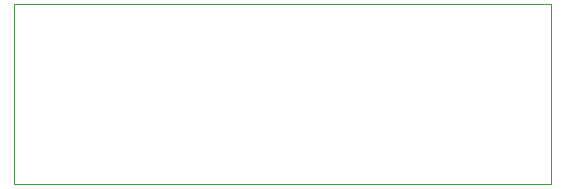
<source format=gbr>
%TF.GenerationSoftware,KiCad,Pcbnew,8.0.2-1*%
%TF.CreationDate,2024-06-03T07:22:45-07:00*%
%TF.ProjectId,H Bridge PCB,48204272-6964-4676-9520-5043422e6b69,rev?*%
%TF.SameCoordinates,Original*%
%TF.FileFunction,Profile,NP*%
%FSLAX46Y46*%
G04 Gerber Fmt 4.6, Leading zero omitted, Abs format (unit mm)*
G04 Created by KiCad (PCBNEW 8.0.2-1) date 2024-06-03 07:22:45*
%MOMM*%
%LPD*%
G01*
G04 APERTURE LIST*
%TA.AperFunction,Profile*%
%ADD10C,0.050000*%
%TD*%
G04 APERTURE END LIST*
D10*
X113284000Y-87376000D02*
X158750000Y-87376000D01*
X158750000Y-102616000D01*
X113284000Y-102616000D01*
X113284000Y-87376000D01*
M02*

</source>
